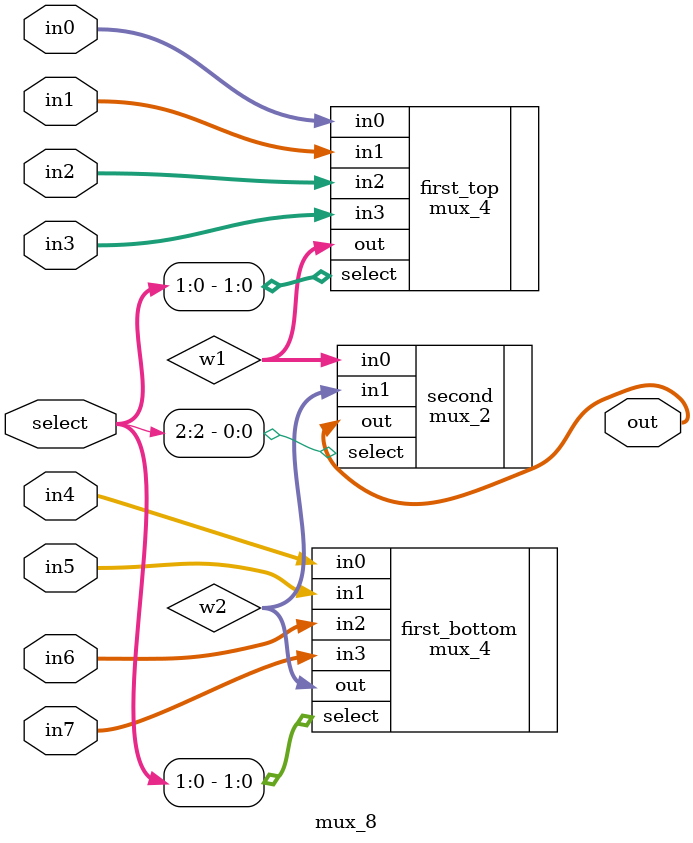
<source format=v>
module mux_8(select, in0, in1, in2, in3, in4, in5, in6, in7, out);
	input [2:0] select;
	input [31:0] in0, in1, in2, in3, in4, in5, in6, in7;
	output [31:0] out;
	wire [31:0] w1, w2;
	mux_4 first_top(.select(select[1:0]), .in0(in0), .in1(in1), .in2(in2), .in3(in3), .out(w1));
	mux_4 first_bottom(.select(select[1:0]), .in0(in4), .in1(in5), .in2(in6), .in3(in7), .out(w2));
	mux_2 second(.select(select[2]), .in0(w1), .in1(w2), .out(out));
endmodule
</source>
